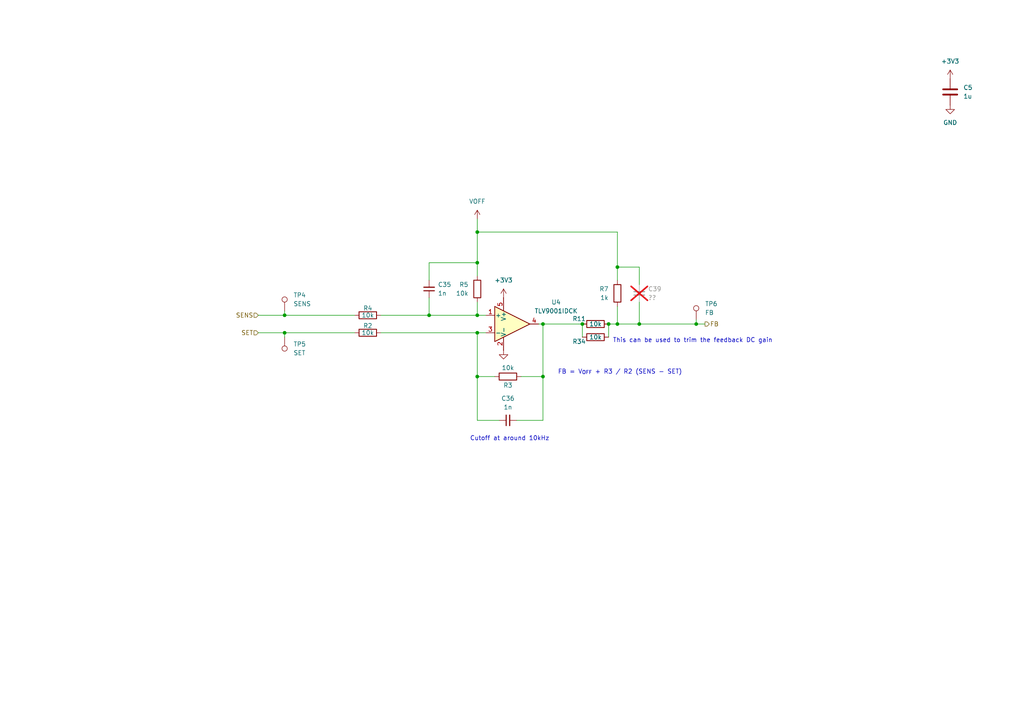
<source format=kicad_sch>
(kicad_sch (version 20231120) (generator "eeschema") (generator_version "8.0")
  (paper "A4")
  (lib_symbols
    (symbol "Amplifier_Operational:TLV9001IDCK" (pin_names (offset 0.127))
      (property "Reference" "U" (at 7.62 2.54 0))
      (property "Value" "TLV9001IDCK" (at 11.43 -2.54 0))
      (symbol "TLV9001IDCK_0_1"
        (polyline (pts (xy -2.54 5.08) (xy -2.54 -5.08) (xy 7.62 0) (xy -2.54 5.08)) (stroke (width 0.254)) (fill (type background)))
      )
      (symbol "TLV9001IDCK_1_1"
        (pin input line (at -5.08 2.54 0) (length 2.54) (name "+") (number "1"))
        (pin power_in line (at 0 -7.62 90) (length 3.81) (name "V-") (number "2"))
        (pin input line (at -5.08 -2.54 0) (length 2.54) (name "-") (number "3"))
        (pin output line (at 10.16 0 180) (length 2.54) (name "~") (number "4"))
        (pin power_in line (at 0 7.62 270) (length 3.81) (name "V+") (number "5"))
      )
    )
    (symbol "Connector:TestPoint" (pin_numbers hide) (pin_names (offset 0.762) hide)
      (property "Reference" "TP" (at 0 6.858 0))
      (property "Value" "TestPoint" (at 0 5.08 0))
      (symbol "TestPoint_0_1"
        (circle (center 0 3.302) (radius 0.762))
      )
      (symbol "TestPoint_1_1"
        (pin passive line (at 0 0 90) (length 2.54) (name "1") (number "1"))
      )
    )
    (symbol "Device:C" (pin_numbers hide) (pin_names (offset 0.254))
      (property "Reference" "C" (at 0.635 2.54 0))
      (property "Value" "C" (at 0.635 -2.54 0))
      (symbol "C_0_1"
        (polyline (pts (xy -2.032 -0.762) (xy 2.032 -0.762)) (stroke (width 0.508)))
        (polyline (pts (xy -2.032 0.762) (xy 2.032 0.762)) (stroke (width 0.508)))
      )
      (symbol "C_1_1"
        (pin passive line (at 0 3.81 270) (length 2.794) (name "~") (number "1"))
        (pin passive line (at 0 -3.81 90) (length 2.794) (name "~") (number "2"))
      )
    )
    (symbol "power:+3V3" (power) (pin_numbers hide) (pin_names (offset 0) hide)
      (property "Value" "+3V3" (at 0 3.556 0))
      (symbol "+3V3_0_1"
        (polyline (pts (xy -0.762 1.27) (xy 0 2.54)))
        (polyline (pts (xy 0 0) (xy 0 2.54)))
        (polyline (pts (xy 0 2.54) (xy 0.762 1.27)))
      )
      (symbol "+3V3_1_1"
        (pin power_in line (at 0 0 90) (length 0) (name "~") (number "1"))
      )
    )
    (symbol "power:GND" (power) (pin_numbers hide) (pin_names (offset 0) hide)
      (property "Value" "GND" (at 0 -3.81 0))
      (symbol "GND_0_1"
        (polyline (pts (xy 0 0) (xy 0 -1.27) (xy 1.27 -1.27) (xy 0 -2.54) (xy -1.27 -1.27) (xy 0 -1.27)))
      )
      (symbol "GND_1_1"
        (pin power_in line (at 0 0 270) (length 0) (name "~") (number "1"))
      )
    )
    (symbol "power:VCC" (power) (pin_numbers hide) (pin_names (offset 0) hide)
      (property "Value" "VCC" (at 0 3.556 0))
      (symbol "VCC_0_1"
        (polyline (pts (xy -0.762 1.27) (xy 0 2.54)))
        (polyline (pts (xy 0 0) (xy 0 2.54)))
        (polyline (pts (xy 0 2.54) (xy 0.762 1.27)))
      )
      (symbol "VCC_1_1"
        (pin power_in line (at 0 0 90) (length 0) (name "~") (number "1"))
      )
    )
    (symbol "rflib:C_Small" (pin_numbers hide) (pin_names (offset 0.254) hide)
      (property "Reference" "C" (at 0.254 1.778 0))
      (property "Value" "C_Small" (at 0.254 -2.032 0))
      (symbol "C_Small_0_1"
        (polyline (pts (xy -1.524 -0.508) (xy 1.524 -0.508)) (stroke (width 0.3302)))
        (polyline (pts (xy -1.524 0.508) (xy 1.524 0.508)) (stroke (width 0.3048)))
      )
      (symbol "C_Small_1_1"
        (pin passive line (at 0 2.54 270) (length 2.032) (name "~") (number "1"))
        (pin passive line (at 0 -2.54 90) (length 2.032) (name "~") (number "2"))
      )
    )
    (symbol "rflib:R" (pin_numbers hide) (pin_names (offset 0))
      (property "Reference" "R" (at 2.032 0 90))
      (property "Value" "R" (at 0 0 90))
      (symbol "R_0_1"
        (rectangle (start -1.016 -2.54) (end 1.016 2.54) (stroke (width 0.254)))
      )
      (symbol "R_1_1"
        (pin passive line (at 0 3.81 270) (length 1.27) (name "~") (number "1"))
        (pin passive line (at 0 -3.81 90) (length 1.27) (name "~") (number "2"))
      )
    )
  )
  (junction (at 157.48 93.98))
  (junction (at 185.42 93.98))
  (junction (at 138.43 67.31))
  (junction (at 157.48 109.22))
  (junction (at 138.43 76.2))
  (junction (at 168.91 93.98))
  (junction (at 176.53 93.98))
  (junction (at 82.55 91.44))
  (junction (at 138.43 96.52))
  (junction (at 124.46 91.44))
  (junction (at 138.43 91.44))
  (junction (at 82.55 96.52))
  (junction (at 138.43 109.22))
  (junction (at 179.07 93.98))
  (junction (at 179.07 77.47))
  (junction (at 201.93 93.98))
  (wire (pts (xy 201.93 92.71) (xy 201.93 93.98)))
  (wire (pts (xy 74.93 91.44) (xy 82.55 91.44)))
  (wire (pts (xy 176.53 93.98) (xy 176.53 97.79)))
  (wire (pts (xy 157.48 93.98) (xy 157.48 109.22)))
  (wire (pts (xy 179.07 67.31) (xy 138.43 67.31)))
  (wire (pts (xy 157.48 93.98) (xy 168.91 93.98)))
  (wire (pts (xy 185.42 93.98) (xy 201.93 93.98)))
  (wire (pts (xy 82.55 96.52) (xy 82.55 97.79)))
  (wire (pts (xy 176.53 93.98) (xy 179.07 93.98)))
  (wire (pts (xy 82.55 90.17) (xy 82.55 91.44)))
  (wire (pts (xy 110.49 91.44) (xy 124.46 91.44)))
  (wire (pts (xy 143.51 109.22) (xy 138.43 109.22)))
  (wire (pts (xy 124.46 76.2) (xy 138.43 76.2)))
  (wire (pts (xy 179.07 77.47) (xy 179.07 67.31)))
  (wire (pts (xy 179.07 77.47) (xy 185.42 77.47)))
  (wire (pts (xy 138.43 67.31) (xy 138.43 76.2)))
  (wire (pts (xy 201.93 93.98) (xy 204.47 93.98)))
  (wire (pts (xy 138.43 63.5) (xy 138.43 67.31)))
  (wire (pts (xy 179.07 93.98) (xy 185.42 93.98)))
  (wire (pts (xy 185.42 87.63) (xy 185.42 93.98)))
  (wire (pts (xy 82.55 91.44) (xy 102.87 91.44)))
  (wire (pts (xy 138.43 109.22) (xy 138.43 96.52)))
  (wire (pts (xy 138.43 96.52) (xy 140.97 96.52)))
  (wire (pts (xy 157.48 109.22) (xy 151.13 109.22)))
  (wire (pts (xy 185.42 82.55) (xy 185.42 77.47)))
  (wire (pts (xy 138.43 76.2) (xy 138.43 80.01)))
  (wire (pts (xy 138.43 121.92) (xy 138.43 109.22)))
  (wire (pts (xy 74.93 96.52) (xy 82.55 96.52)))
  (wire (pts (xy 138.43 91.44) (xy 140.97 91.44)))
  (wire (pts (xy 149.86 121.92) (xy 157.48 121.92)))
  (wire (pts (xy 124.46 86.36) (xy 124.46 91.44)))
  (wire (pts (xy 82.55 96.52) (xy 102.87 96.52)))
  (wire (pts (xy 124.46 91.44) (xy 138.43 91.44)))
  (wire (pts (xy 157.48 121.92) (xy 157.48 109.22)))
  (wire (pts (xy 156.21 93.98) (xy 157.48 93.98)))
  (wire (pts (xy 110.49 96.52) (xy 138.43 96.52)))
  (wire (pts (xy 144.78 121.92) (xy 138.43 121.92)))
  (wire (pts (xy 179.07 81.28) (xy 179.07 77.47)))
  (wire (pts (xy 179.07 88.9) (xy 179.07 93.98)))
  (wire (pts (xy 124.46 81.28) (xy 124.46 76.2)))
  (wire (pts (xy 168.91 93.98) (xy 168.91 97.79)))
  (wire (pts (xy 138.43 87.63) (xy 138.43 91.44)))
  (text "FB = V_{OFF} + R3 / R2 (SENS - SET)" (at 179.832 107.95 0) (effects (font (size 1.27 1.27))))
  (text "This can be used to trim the feedback DC gain" (at 200.914 98.806 0) (effects (font (size 1.27 1.27))))
  (text "Cutoff at around 10kHz" (at 147.828 127.254 0) (effects (font (size 1.27 1.27))))
  (hierarchical_label "SENS" (shape input) (at 74.93 91.44 180))
  (hierarchical_label "SET" (shape input) (at 74.93 96.52 180))
  (hierarchical_label "FB" (shape output) (at 204.47 93.98 0))
  (symbol (lib_id "rflib:R") (at 179.07 85.09 0) (unit 1)
    (property "Reference" "R7" (at 176.53 83.8199 0) (effects (justify right)))
    (property "Value" "1k" (at 176.53 86.3599 0) (effects (justify right)))
    (property "Footprint" "Resistor_SMD:R_0603_1608Metric" (effects (hide yes)))
    (property "Description" "Resistor" (effects (hide yes)))
    (property "LCSC" "C21190" (effects (hide yes)))
  )
  (symbol (lib_id "rflib:R") (at 147.32 109.22 270) (unit 1)
    (property "Reference" "R3" (at 147.32 111.76 90))
    (property "Value" "10k" (at 147.32 106.68 90))
    (property "Footprint" "Resistor_SMD:R_0603_1608Metric" (effects (hide yes)))
    (property "Description" "Resistor" (effects (hide yes)))
    (property "LCSC" "C25804" (effects (hide yes)))
  )
  (symbol (lib_id "rflib:C_Small") (at 124.46 83.82 180) (unit 1)
    (property "Reference" "C35" (at 127 82.5435 0) (effects (justify right)))
    (property "Value" "1n" (at 127 85.0835 0) (effects (justify right)))
    (property "Footprint" "Capacitor_SMD:C_0603_1608Metric" (effects (hide yes)))
    (property "Description" "Unpolarized capacitor, small symbol" (effects (hide yes)))
    (property "LCSC" "C1588" (effects (hide yes)))
  )
  (symbol (lib_id "rflib:C_Small") (at 147.32 121.92 90) (unit 1)
    (property "Reference" "C36" (at 147.3263 115.57 90))
    (property "Value" "1n" (at 147.3263 118.11 90))
    (property "Footprint" "Capacitor_SMD:C_0603_1608Metric" (effects (hide yes)))
    (property "Description" "Unpolarized capacitor, small symbol" (effects (hide yes)))
    (property "LCSC" "C1588" (effects (hide yes)))
  )
  (symbol (lib_id "Device:C") (at 275.59 26.67 0) (unit 1)
    (property "Reference" "C5" (at 279.4 25.3999 0) (effects (justify left)))
    (property "Value" "1u" (at 279.4 27.9399 0) (effects (justify left)))
    (property "Footprint" "Capacitor_SMD:C_0603_1608Metric" (effects (hide yes)))
    (property "Description" "Unpolarized capacitor" (effects (hide yes)))
    (property "LCSC" "C15849" (effects (hide yes)))
  )
  (symbol (lib_id "power:VCC") (at 138.43 63.5 0) (unit 1)
    (property "Reference" "#PWR092" (effects (hide yes)))
    (property "Value" "VOFF" (at 138.43 58.42 0))
    (property "Description" "Power symbol creates a global label with name \"VCC\"" (effects (hide yes)))
  )
  (symbol (lib_id "rflib:R") (at 172.72 97.79 90) (unit 1)
    (property "Reference" "R34" (at 169.926 99.06 90) (effects (justify left)))
    (property "Value" "10k" (at 172.72 97.79 90))
    (property "Footprint" "Resistor_SMD:R_0603_1608Metric" (effects (hide yes)))
    (property "Description" "Resistor" (effects (hide yes)))
    (property "LCSC" "C25804" (effects (hide yes)))
  )
  (symbol (lib_id "Amplifier_Operational:TLV9001IDCK") (at 146.05 93.98 0) (unit 1)
    (property "Reference" "U4" (at 161.29 87.6614 0))
    (property "Value" "TLV9001IDCK" (at 161.29 90.2014 0))
    (property "Footprint" "Package_TO_SOT_SMD:SOT-353_SC-70-5" (effects (hide yes)))
    (property "Datasheet" "https://www.ti.com/lit/ds/symlink/tlv9001.pdf" (effects (hide yes)))
    (property "Description" "Low-power, Rail-to-Rail, 1MHz Operational Amplifier, SOT-353" (effects (hide yes)))
    (property "LCSC" "C398362" (effects (hide yes)))
    (property "JLCPCB_CORRECTION" "0;0;270" (effects (hide yes)))
  )
  (symbol (lib_id "Connector:TestPoint") (at 82.55 90.17 0) (unit 1)
    (property "Reference" "TP4" (at 85.09 85.5979 0) (effects (justify left)))
    (property "Value" "SENS" (at 85.09 88.1379 0) (effects (justify left)))
    (property "Footprint" "meteopress_footprints:TestPoint_THTPad_D1.5mm_Drill0.7mm" (effects (hide yes)))
    (property "Description" "test point" (effects (hide yes)))
  )
  (symbol (lib_id "Connector:TestPoint") (at 82.55 97.79 180) (unit 1)
    (property "Reference" "TP5" (at 85.09 99.8219 0) (effects (justify right)))
    (property "Value" "SET" (at 85.09 102.3619 0) (effects (justify right)))
    (property "Footprint" "meteopress_footprints:TestPoint_THTPad_D1.5mm_Drill0.7mm" (effects (hide yes)))
    (property "Description" "test point" (effects (hide yes)))
  )
  (symbol (lib_id "power:GND") (at 275.59 30.48 0) (unit 1)
    (property "Reference" "#PWR017" (effects (hide yes)))
    (property "Value" "GND" (at 275.59 35.56 0))
    (property "Description" "Power symbol creates a global label with name \"GND\" , ground" (effects (hide yes)))
  )
  (symbol (lib_id "rflib:R") (at 106.68 91.44 270) (unit 1)
    (property "Reference" "R4" (at 106.68 89.408 90))
    (property "Value" "10k" (at 106.68 91.44 90))
    (property "Footprint" "Resistor_SMD:R_0603_1608Metric" (effects (hide yes)))
    (property "Description" "Resistor" (effects (hide yes)))
    (property "LCSC" "C25804" (effects (hide yes)))
  )
  (symbol (lib_id "rflib:R") (at 106.68 96.52 270) (unit 1)
    (property "Reference" "R2" (at 106.68 94.488 90))
    (property "Value" "10k" (at 106.68 96.52 90))
    (property "Footprint" "Resistor_SMD:R_0603_1608Metric" (effects (hide yes)))
    (property "Description" "Resistor" (effects (hide yes)))
    (property "LCSC" "C25804" (effects (hide yes)))
  )
  (symbol (lib_id "power:+3V3") (at 275.59 22.86 0) (unit 1)
    (property "Reference" "#PWR016" (effects (hide yes)))
    (property "Value" "+3V3" (at 275.59 17.78 0))
    (property "Description" "Power symbol creates a global label with name \"+3V3\"" (effects (hide yes)))
  )
  (symbol (lib_id "power:+3V3") (at 146.05 86.36 0) (unit 1)
    (property "Reference" "#PWR018" (effects (hide yes)))
    (property "Value" "+3V3" (at 146.05 81.28 0))
    (property "Description" "Power symbol creates a global label with name \"+3V3\"" (effects (hide yes)))
  )
  (symbol (lib_id "power:GND") (at 146.05 101.6 0) (unit 1)
    (property "Reference" "#PWR019" (effects (hide yes)))
    (property "Value" "GND" (effects (hide yes)))
    (property "Description" "Power symbol creates a global label with name \"GND\" , ground" (effects (hide yes)))
  )
  (symbol (lib_id "rflib:R") (at 172.72 93.98 90) (unit 1)
    (property "Reference" "R11" (at 169.926 92.456 90) (effects (justify left)))
    (property "Value" "10k" (at 172.72 93.98 90))
    (property "Footprint" "Resistor_SMD:R_0603_1608Metric" (effects (hide yes)))
    (property "Description" "Resistor" (effects (hide yes)))
    (property "LCSC" "C25804" (effects (hide yes)))
  )
  (symbol (lib_id "rflib:C_Small") (at 185.42 85.09 180) (unit 1) (dnp yes)
    (property "Reference" "C39" (at 187.96 83.8135 0) (effects (justify right)))
    (property "Value" "??" (at 187.96 86.3535 0) (effects (justify right)))
    (property "Footprint" "Capacitor_SMD:C_0603_1608Metric" (effects (hide yes)))
    (property "Description" "Unpolarized capacitor, small symbol" (effects (hide yes)))
  )
  (symbol (lib_id "Connector:TestPoint") (at 201.93 92.71 0) (unit 1)
    (property "Reference" "TP6" (at 204.47 88.1379 0) (effects (justify left)))
    (property "Value" "FB" (at 204.47 90.6779 0) (effects (justify left)))
    (property "Footprint" "meteopress_footprints:TestPoint_THTPad_D1.5mm_Drill0.7mm" (effects (hide yes)))
    (property "Description" "test point" (effects (hide yes)))
  )
  (symbol (lib_id "rflib:R") (at 138.43 83.82 0) (unit 1)
    (property "Reference" "R5" (at 135.89 82.5499 0) (effects (justify right)))
    (property "Value" "10k" (at 135.89 85.0899 0) (effects (justify right)))
    (property "Footprint" "Resistor_SMD:R_0603_1608Metric" (effects (hide yes)))
    (property "Description" "Resistor" (effects (hide yes)))
    (property "LCSC" "C25804" (effects (hide yes)))
  )
)
</source>
